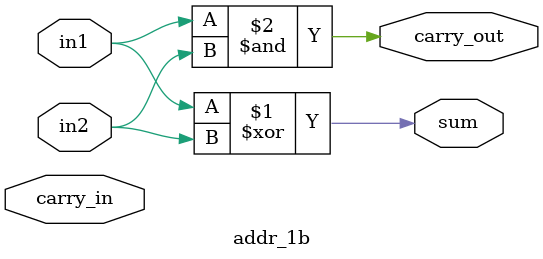
<source format=v>
module addr_1b (
    input in1, in2,
    input carry_in,

    output carry_out,
    output sum
);
    assign sum = in1 ^ in2 ;
    
    assign carry_out = in1 & in2;

endmodule
</source>
